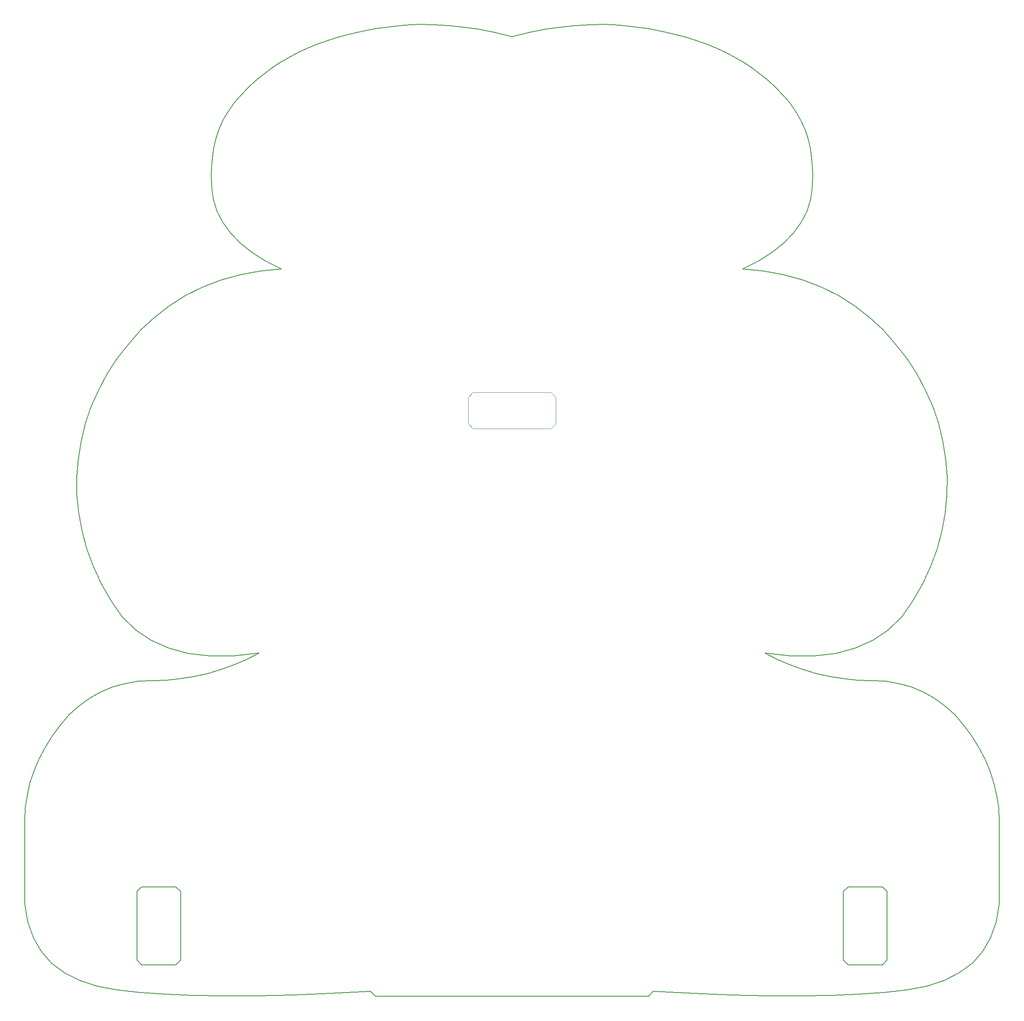
<source format=gm1>
G04 #@! TF.GenerationSoftware,KiCad,Pcbnew,9.0.2*
G04 #@! TF.CreationDate,2025-06-02T15:36:06+01:00*
G04 #@! TF.ProjectId,NB3_body,4e42335f-626f-4647-992e-6b696361645f,0.0.6*
G04 #@! TF.SameCoordinates,PX76bb820PYd4ab5c0*
G04 #@! TF.FileFunction,Profile,NP*
%FSLAX46Y46*%
G04 Gerber Fmt 4.6, Leading zero omitted, Abs format (unit mm)*
G04 Created by KiCad (PCBNEW 9.0.2) date 2025-06-02 15:36:06*
%MOMM*%
%LPD*%
G01*
G04 APERTURE LIST*
G04 #@! TA.AperFunction,Profile*
%ADD10C,0.130000*%
G04 #@! TD*
G04 #@! TA.AperFunction,Profile*
%ADD11C,0.050000*%
G04 #@! TD*
G04 APERTURE END LIST*
D10*
X-52653243Y187858300D02*
X-54160267Y186456446D01*
X89302691Y106587975D02*
X89278568Y102879197D01*
X69000000Y6500000D02*
X76000000Y6500000D01*
X-76000000Y6500000D02*
X-77000000Y7500000D01*
X0Y197000000D02*
X3364185Y197802415D01*
X76216962Y814493D02*
X71034296Y456356D01*
X71034296Y456356D02*
X65330759Y226433D01*
X-76000000Y22500000D02*
X-69000000Y22500000D01*
X-77235001Y75243896D02*
X-74060749Y73081539D01*
X-78773884Y133819762D02*
X-81091826Y130800882D01*
X59782652Y67042120D02*
X62493500Y66249093D01*
X84298328Y84750820D02*
X82330355Y81208248D01*
X47686415Y191585006D02*
X49416318Y190422580D01*
X-57117411Y68009605D02*
X-59782652Y67042120D01*
X54160267Y186456446D02*
X55592997Y184974783D01*
X-79991536Y77952799D02*
X-77235001Y75243896D01*
X51671575Y148839948D02*
X55817313Y148069002D01*
X92686846Y55680628D02*
X94382587Y53380517D01*
X-92686846Y55680628D02*
X-94382587Y53380517D01*
X-87262350Y91919068D02*
X-85942327Y88321093D01*
X87508051Y117600054D02*
X88398222Y114018520D01*
X-60767561Y175922031D02*
X-61262518Y173709907D01*
X-70247239Y141786545D02*
X-73316465Y139416262D01*
X-51071927Y189180345D02*
X-52653243Y187858300D01*
X-28000000Y0D02*
X28000000Y0D01*
X-66962710Y143836960D02*
X-70247239Y141786545D01*
X89278568Y102879197D02*
X88930471Y99198119D01*
X32976254Y197566670D02*
X35413638Y196934347D01*
D11*
X-8000000Y124000000D02*
X8000000Y124000000D01*
D10*
X-82330355Y81208248D02*
X-79991536Y77952799D01*
X-98932416Y43723024D02*
X-99511591Y41194388D01*
D11*
X9000000Y123000000D02*
X9000000Y117500000D01*
D10*
X-86641023Y61235928D02*
X-88794882Y59667822D01*
X-84298328Y84750820D02*
X-82330355Y81208248D01*
X-39940574Y195449313D02*
X-42030125Y194596603D01*
X76000000Y6500000D02*
X77000000Y7500000D01*
X73792954Y64821549D02*
X76639737Y64671747D01*
X55768945Y154592604D02*
X53360510Y152683879D01*
X-88930471Y99198119D02*
X-88258398Y95544743D01*
X-98129929Y46205955D02*
X-98932416Y43723024D01*
X-85942327Y88321093D02*
X-84298328Y84750820D01*
X70899681Y64916750D02*
X73792954Y64821549D01*
X-60528046Y161167968D02*
X-59352713Y158834648D01*
X-28000000Y0D02*
X-29000000Y1000000D01*
X-76216962Y814493D02*
X-71034296Y456356D01*
X9884157Y198936198D02*
X13039945Y199267564D01*
X45094918Y305936D02*
X37307894Y588861D01*
X73316465Y139416262D02*
X76170388Y136726112D01*
X-96600539Y9246677D02*
X-94461784Y6826540D01*
X-47686415Y191585006D02*
X-49416318Y190422580D01*
X-27753651Y198610932D02*
X-30422925Y198125532D01*
X-59782652Y67042120D02*
X-62493500Y66249093D01*
X-24968433Y199022869D02*
X-27753651Y198610932D01*
X-90810157Y57816055D02*
X-92686846Y55680628D01*
X-65249954Y65630522D02*
X-68052014Y65186408D01*
X-45094918Y305936D02*
X-37307894Y588861D01*
X-61573845Y171362061D02*
X-61701542Y168878493D01*
X-68000000Y21500000D02*
X-68000000Y7500000D01*
X76639737Y64671747D02*
X79347936Y64238283D01*
X-51923747Y70467943D02*
X-54497776Y69151545D01*
X98129929Y46205955D02*
X98932416Y43723024D01*
X-95855014Y51034702D02*
X-97104128Y48643181D01*
X99511591Y41194388D02*
X99867452Y38620046D01*
X6658904Y198447814D02*
X9884157Y198936198D01*
X-94382587Y53380517D02*
X-95855014Y51034702D01*
X59106350Y124721D02*
X52361070Y151222D01*
X-49416318Y190422580D02*
X-51071927Y189180345D01*
X88258398Y95544743D02*
X87262350Y91919068D01*
X55592997Y184974783D02*
X56951435Y183413311D01*
X50541040Y150916687D02*
X47310536Y149291026D01*
X-81917550Y63521159D02*
X-84348579Y62520374D01*
X-16126266Y199441915D02*
X-19143121Y199459249D01*
X-85028715Y2059038D02*
X-80878756Y1300841D01*
X57186580Y69897570D02*
X51923747Y70467943D01*
X-45882220Y192667623D02*
X-47686415Y191585006D01*
X54497776Y69151545D02*
X57117411Y68009605D01*
X77000000Y7500000D02*
X77000000Y21500000D01*
X98932416Y43723024D02*
X99511591Y41194388D01*
X-55817313Y148069002D02*
X-59747747Y146978189D01*
X47310536Y149291026D02*
X51671575Y148839948D01*
X81917550Y63521159D02*
X84348579Y62520374D01*
X-79347936Y64238283D02*
X-81917550Y63521159D01*
X-58180911Y181744074D02*
X-59226758Y179939114D01*
X91820228Y4821887D02*
X88675872Y3232720D01*
X49416318Y190422580D02*
X51071927Y189180345D01*
X98236493Y12082299D02*
X96600539Y9246677D01*
X-71034296Y456356D02*
X-65330759Y226433D01*
X22090510Y199319567D02*
X24968433Y199022869D01*
X53360510Y152683879D02*
X50541040Y150916687D01*
X-51671575Y148839948D02*
X-55817313Y148069002D01*
X-77000000Y7500000D02*
X-77000000Y21500000D01*
X-91820228Y4821887D02*
X-88675872Y3232720D01*
X82330355Y81208248D02*
X79991536Y77952799D01*
X-54497776Y69151545D02*
X-57117411Y68009605D01*
X-87508051Y117600054D02*
X-88398222Y114018520D01*
X-13039945Y199267564D02*
X-16126266Y199441915D01*
X52361070Y151222D02*
X45094918Y305936D01*
X-54160267Y186456446D02*
X-55592997Y184974783D01*
X-88398222Y114018520D02*
X-89002839Y110324455D01*
X-70468782Y71465728D02*
X-66459097Y70396463D01*
X66962710Y143836960D02*
X70247239Y141786545D01*
X69000000Y22500000D02*
X68000000Y21500000D01*
X-83124213Y127669471D02*
X-84871046Y124425529D01*
X37735078Y196228561D02*
X39940574Y195449313D01*
X13039945Y199267564D02*
X16126266Y199441915D01*
X61262518Y173709907D02*
X61573845Y171362061D01*
X-70899681Y64916750D02*
X-73792954Y64821549D01*
X88794882Y59667822D02*
X90810157Y57816055D01*
X-98236493Y12082299D02*
X-96600539Y9246677D01*
X-56951435Y183413311D02*
X-58180911Y181744074D01*
X-81091826Y130800882D02*
X-83124213Y127669471D01*
X-84348579Y62520374D02*
X-86641023Y61235928D01*
X27753651Y198610932D02*
X30422925Y198125532D01*
X62031697Y69873744D02*
X57186580Y69897570D01*
X-59352713Y158834648D02*
X-57766346Y156642860D01*
X-94461784Y6826540D02*
X-91820228Y4821887D01*
X-32976254Y197566670D02*
X-35413638Y196934347D01*
D11*
X-9000000Y123000000D02*
X-8000000Y124000000D01*
D10*
X97104128Y48643181D02*
X98129929Y46205955D01*
X81091826Y130800882D02*
X83124213Y127669471D01*
X88930471Y99198119D02*
X88258398Y95544743D01*
X-68000000Y7500000D02*
X-69000000Y6500000D01*
X-63462880Y145567508D02*
X-66962710Y143836960D01*
X-97104128Y48643181D02*
X-98129929Y46205955D01*
X63462880Y145567508D02*
X66962710Y143836960D01*
X-76170388Y136726112D02*
X-78773884Y133819762D01*
X84871046Y124425529D02*
X86332326Y121069057D01*
X-37307894Y588861D02*
X-29000000Y1000000D01*
X37307894Y588861D02*
X29000000Y1000000D01*
X78773884Y133819762D02*
X81091826Y130800882D01*
X100000000Y19000000D02*
X100000000Y36000000D01*
X90810157Y57816055D02*
X92686846Y55680628D01*
X-57766346Y156642860D02*
X-55768945Y154592604D01*
X95855014Y51034702D02*
X97104128Y48643181D01*
X35413638Y196934347D02*
X37735078Y196228561D01*
X-84871046Y124425529D02*
X-86332326Y121069057D01*
X65249954Y65630522D02*
X68052014Y65186408D01*
X83124213Y127669471D02*
X84871046Y124425529D01*
X-44003732Y193670431D02*
X-45882220Y192667623D01*
X52653243Y187858300D02*
X54160267Y186456446D01*
X85028715Y2059038D02*
X80878756Y1300841D01*
X61292345Y163642820D02*
X60528046Y161167968D01*
X-88258398Y95544743D02*
X-87262350Y91919068D01*
X-99511591Y41194388D02*
X-99867452Y38620046D01*
X-42030125Y194596603D02*
X-44003732Y193670431D01*
X76000000Y22500000D02*
X69000000Y22500000D01*
X61701542Y168878493D02*
X61645610Y166259204D01*
X94461784Y6826540D02*
X91820228Y4821887D01*
X86332326Y121069057D02*
X87508051Y117600054D01*
X-60088974Y177998433D02*
X-60767561Y175922031D01*
X57766346Y156642860D02*
X55768945Y154592604D01*
X59226758Y179939114D02*
X60088974Y177998433D01*
X-80878756Y1300841D02*
X-76216962Y814493D01*
X85942327Y88321093D02*
X84298328Y84750820D01*
X-73792954Y64821549D02*
X-76639737Y64671747D01*
X58180911Y181744074D02*
X59226758Y179939114D01*
X-57186580Y69897570D02*
X-51923747Y70467943D01*
X100000000Y19000000D02*
X99369647Y15333407D01*
X51923747Y70467943D02*
X54497776Y69151545D01*
X-30422925Y198125532D02*
X-32976254Y197566670D01*
X-22090510Y199319567D02*
X-24968433Y199022869D01*
X-89278568Y102879197D02*
X-88930471Y99198119D01*
X-6658904Y198447814D02*
X-9884157Y198936198D01*
X19143121Y199459249D02*
X22090510Y199319567D01*
X70468782Y71465728D02*
X66459097Y70396463D01*
X-61292345Y163642820D02*
X-60528046Y161167968D01*
X-55592997Y184974783D02*
X-56951435Y183413311D01*
X-73316465Y139416262D02*
X-76170388Y136726112D01*
X-99867452Y38620046D02*
X-100000000Y36000000D01*
X-61262518Y173709907D02*
X-61573845Y171362061D01*
X-62493500Y66249093D02*
X-65249954Y65630522D01*
X-61701542Y168878493D02*
X-61645610Y166259204D01*
X-55768945Y154592604D02*
X-53360510Y152683879D01*
X86641023Y61235928D02*
X88794882Y59667822D01*
X-77000000Y21500000D02*
X-76000000Y22500000D01*
X-59747747Y146978189D02*
X-63462880Y145567508D01*
X-74060749Y73081539D02*
X-70468782Y71465728D01*
D11*
X9000000Y117500000D02*
X8000000Y116500000D01*
D10*
X76170388Y136726112D02*
X78773884Y133819762D01*
X99867452Y38620046D02*
X100000000Y36000000D01*
X-3364185Y197802415D02*
X-6658904Y198447814D01*
X-52361070Y151222D02*
X-45094918Y305936D01*
X-100000000Y19000000D02*
X-100000000Y36000000D01*
X79347936Y64238283D02*
X81917550Y63521159D01*
X45882220Y192667623D02*
X47686415Y191585006D01*
X94382587Y53380517D02*
X95855014Y51034702D01*
X-68052014Y65186408D02*
X-70899681Y64916750D01*
X61645610Y166259204D02*
X61292345Y163642820D01*
X65330759Y226433D02*
X59106350Y124721D01*
X-61645610Y166259204D02*
X-61292345Y163642820D01*
X59747747Y146978189D02*
X63462880Y145567508D01*
X-66459097Y70396463D02*
X-62031697Y69873744D01*
X-69000000Y22500000D02*
X-68000000Y21500000D01*
X60767561Y175922031D02*
X61262518Y173709907D01*
X-88794882Y59667822D02*
X-90810157Y57816055D01*
X-37735078Y196228561D02*
X-39940574Y195449313D01*
X-89302691Y106587975D02*
X-89278568Y102879197D01*
X62493500Y66249093D02*
X65249954Y65630522D01*
X24968433Y199022869D02*
X27753651Y198610932D01*
X-100000000Y19000000D02*
X-99369647Y15333407D01*
X79991536Y77952799D02*
X77235001Y75243896D01*
X39940574Y195449313D02*
X42030125Y194596603D01*
X68000000Y21500000D02*
X68000000Y7500000D01*
X-99369647Y15333407D02*
X-98236493Y12082299D01*
X-50541040Y150916687D02*
X-47310536Y149291026D01*
X-62031697Y69873744D02*
X-57186580Y69897570D01*
X84348579Y62520374D02*
X86641023Y61235928D01*
X96600539Y9246677D02*
X94461784Y6826540D01*
X88675872Y3232720D02*
X85028715Y2059038D01*
X-47310536Y149291026D02*
X-51671575Y148839948D01*
X-69000000Y6500000D02*
X-76000000Y6500000D01*
X42030125Y194596603D02*
X44003732Y193670431D01*
X56951435Y183413311D02*
X58180911Y181744074D01*
X-89002839Y110324455D02*
X-89302691Y106587975D01*
X28000000Y0D02*
X29000000Y1000000D01*
X-59226758Y179939114D02*
X-60088974Y177998433D01*
X60528046Y161167968D02*
X59352713Y158834648D01*
X55817313Y148069002D02*
X59747747Y146978189D01*
X44003732Y193670431D02*
X45882220Y192667623D01*
X-9884157Y198936198D02*
X-13039945Y199267564D01*
D11*
X8000000Y124000000D02*
X9000000Y123000000D01*
D10*
X77235001Y75243896D02*
X74060749Y73081539D01*
X68000000Y7500000D02*
X69000000Y6500000D01*
X66459097Y70396463D02*
X62031697Y69873744D01*
X3364185Y197802415D02*
X6658904Y198447814D01*
X59352713Y158834648D02*
X57766346Y156642860D01*
X87262350Y91919068D02*
X85942327Y88321093D01*
X-59106350Y124721D02*
X-52361070Y151222D01*
X61573845Y171362061D02*
X61701542Y168878493D01*
D11*
X-8000000Y116500000D02*
X-9000000Y117500000D01*
D10*
X16126266Y199441915D02*
X19143121Y199459249D01*
X68052014Y65186408D02*
X70899681Y64916750D01*
X57117411Y68009605D02*
X59782652Y67042120D01*
D11*
X8000000Y116500000D02*
X-8000000Y116500000D01*
D10*
X-19143121Y199459249D02*
X-22090510Y199319567D01*
X60088974Y177998433D02*
X60767561Y175922031D01*
X51071927Y189180345D02*
X52653243Y187858300D01*
D11*
X-9000000Y117500000D02*
X-9000000Y123000000D01*
D10*
X-35413638Y196934347D02*
X-37735078Y196228561D01*
X-88675872Y3232720D02*
X-85028715Y2059038D01*
X80878756Y1300841D02*
X76216962Y814493D01*
X99369647Y15333407D02*
X98236493Y12082299D01*
X70247239Y141786545D02*
X73316465Y139416262D01*
X-86332326Y121069057D02*
X-87508051Y117600054D01*
X-76639737Y64671747D02*
X-79347936Y64238283D01*
X0Y197000000D02*
X-3364185Y197802415D01*
X-53360510Y152683879D02*
X-50541040Y150916687D01*
X88398222Y114018520D02*
X89002839Y110324455D01*
X77000000Y21500000D02*
X76000000Y22500000D01*
X89002839Y110324455D02*
X89302691Y106587975D01*
X30422925Y198125532D02*
X32976254Y197566670D01*
X-65330759Y226433D02*
X-59106350Y124721D01*
X74060749Y73081539D02*
X70468782Y71465728D01*
M02*

</source>
